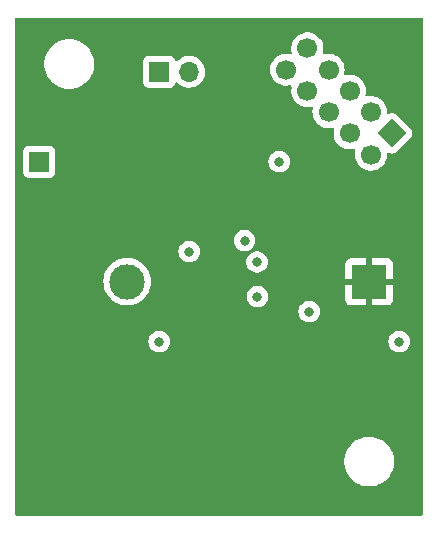
<source format=gbr>
%TF.GenerationSoftware,KiCad,Pcbnew,6.0.9-8da3e8f707~117~ubuntu22.04.1*%
%TF.CreationDate,2022-11-29T09:47:06-05:00*%
%TF.ProjectId,RFTransmitterV3,52465472-616e-4736-9d69-747465725633,rev?*%
%TF.SameCoordinates,Original*%
%TF.FileFunction,Copper,L3,Inr*%
%TF.FilePolarity,Positive*%
%FSLAX46Y46*%
G04 Gerber Fmt 4.6, Leading zero omitted, Abs format (unit mm)*
G04 Created by KiCad (PCBNEW 6.0.9-8da3e8f707~117~ubuntu22.04.1) date 2022-11-29 09:47:06*
%MOMM*%
%LPD*%
G01*
G04 APERTURE LIST*
G04 Aperture macros list*
%AMHorizOval*
0 Thick line with rounded ends*
0 $1 width*
0 $2 $3 position (X,Y) of the first rounded end (center of the circle)*
0 $4 $5 position (X,Y) of the second rounded end (center of the circle)*
0 Add line between two ends*
20,1,$1,$2,$3,$4,$5,0*
0 Add two circle primitives to create the rounded ends*
1,1,$1,$2,$3*
1,1,$1,$4,$5*%
%AMRotRect*
0 Rectangle, with rotation*
0 The origin of the aperture is its center*
0 $1 length*
0 $2 width*
0 $3 Rotation angle, in degrees counterclockwise*
0 Add horizontal line*
21,1,$1,$2,0,0,$3*%
G04 Aperture macros list end*
%TA.AperFunction,ComponentPad*%
%ADD10RotRect,1.700000X1.700000X225.000000*%
%TD*%
%TA.AperFunction,ComponentPad*%
%ADD11HorizOval,1.700000X0.000000X0.000000X0.000000X0.000000X0*%
%TD*%
%TA.AperFunction,ComponentPad*%
%ADD12R,1.700000X1.700000*%
%TD*%
%TA.AperFunction,ComponentPad*%
%ADD13O,1.700000X1.700000*%
%TD*%
%TA.AperFunction,ComponentPad*%
%ADD14R,3.000000X3.000000*%
%TD*%
%TA.AperFunction,ComponentPad*%
%ADD15C,3.000000*%
%TD*%
%TA.AperFunction,ViaPad*%
%ADD16C,0.800000*%
%TD*%
G04 APERTURE END LIST*
D10*
%TO.N,unconnected-(J1-Pad1)*%
%TO.C,PROG*%
X151810129Y-73807006D03*
D11*
%TO.N,GND*%
X150014078Y-75603057D03*
%TO.N,unconnected-(J1-Pad3)*%
X150014078Y-72010955D03*
%TO.N,/C2DAT*%
X148218027Y-73807006D03*
%TO.N,unconnected-(J1-Pad5)*%
X148218027Y-70214904D03*
%TO.N,unconnected-(J1-Pad6)*%
X146421975Y-72010955D03*
%TO.N,/C2CLK*%
X146421975Y-68418852D03*
%TO.N,unconnected-(J1-Pad8)*%
X144625924Y-70214904D03*
%TO.N,unconnected-(J1-Pad9)*%
X144625924Y-66622801D03*
%TO.N,unconnected-(J1-Pad10)*%
X142829873Y-68418852D03*
%TD*%
D12*
%TO.N,GND*%
%TO.C,J3*%
X132080000Y-68580000D03*
D13*
%TO.N,/VPP*%
X134620000Y-68580000D03*
%TD*%
D12*
%TO.N,Net-(AE1-Pad1)*%
%TO.C,AE1*%
X121920000Y-76200000D03*
%TD*%
D14*
%TO.N,+3V3*%
%TO.C,BT1*%
X149860000Y-86360000D03*
D15*
%TO.N,GND*%
X129370000Y-86360000D03*
%TD*%
D16*
%TO.N,+3V3*%
X134620000Y-93980000D03*
%TO.N,GND*%
X152400000Y-91440000D03*
X134620000Y-83820000D03*
%TO.N,/C2CLK*%
X140391683Y-87628048D03*
%TO.N,/C2DAT*%
X144780000Y-88900000D03*
%TO.N,GPIO3*%
X142240000Y-76200000D03*
X140361215Y-84695664D03*
%TO.N,GPIO8*%
X132080000Y-91440000D03*
X139306844Y-82890723D03*
%TD*%
%TA.AperFunction,Conductor*%
%TO.N,+3V3*%
G36*
X154373621Y-64028502D02*
G01*
X154420114Y-64082158D01*
X154431500Y-64134500D01*
X154431500Y-106045500D01*
X154411498Y-106113621D01*
X154357842Y-106160114D01*
X154305500Y-106171500D01*
X120014500Y-106171500D01*
X119946379Y-106151498D01*
X119899886Y-106097842D01*
X119888500Y-106045500D01*
X119888500Y-101732703D01*
X147750743Y-101732703D01*
X147788268Y-102017734D01*
X147864129Y-102295036D01*
X147976923Y-102559476D01*
X148124561Y-102806161D01*
X148304313Y-103030528D01*
X148512851Y-103228423D01*
X148746317Y-103396186D01*
X148750112Y-103398195D01*
X148750113Y-103398196D01*
X148771869Y-103409715D01*
X149000392Y-103530712D01*
X149270373Y-103629511D01*
X149551264Y-103690755D01*
X149579841Y-103693004D01*
X149774282Y-103708307D01*
X149774291Y-103708307D01*
X149776739Y-103708500D01*
X149932271Y-103708500D01*
X149934407Y-103708354D01*
X149934418Y-103708354D01*
X150142548Y-103694165D01*
X150142554Y-103694164D01*
X150146825Y-103693873D01*
X150151020Y-103693004D01*
X150151022Y-103693004D01*
X150287584Y-103664723D01*
X150428342Y-103635574D01*
X150699343Y-103539607D01*
X150954812Y-103407750D01*
X150958313Y-103405289D01*
X150958317Y-103405287D01*
X151072417Y-103325096D01*
X151190023Y-103242441D01*
X151400622Y-103046740D01*
X151582713Y-102824268D01*
X151732927Y-102579142D01*
X151848483Y-102315898D01*
X151927244Y-102039406D01*
X151967751Y-101754784D01*
X151967845Y-101736951D01*
X151969235Y-101471583D01*
X151969235Y-101471576D01*
X151969257Y-101467297D01*
X151931732Y-101182266D01*
X151855871Y-100904964D01*
X151743077Y-100640524D01*
X151595439Y-100393839D01*
X151415687Y-100169472D01*
X151207149Y-99971577D01*
X150973683Y-99803814D01*
X150951843Y-99792250D01*
X150928654Y-99779972D01*
X150719608Y-99669288D01*
X150449627Y-99570489D01*
X150168736Y-99509245D01*
X150137685Y-99506801D01*
X149945718Y-99491693D01*
X149945709Y-99491693D01*
X149943261Y-99491500D01*
X149787729Y-99491500D01*
X149785593Y-99491646D01*
X149785582Y-99491646D01*
X149577452Y-99505835D01*
X149577446Y-99505836D01*
X149573175Y-99506127D01*
X149568980Y-99506996D01*
X149568978Y-99506996D01*
X149432416Y-99535277D01*
X149291658Y-99564426D01*
X149020657Y-99660393D01*
X148765188Y-99792250D01*
X148761687Y-99794711D01*
X148761683Y-99794713D01*
X148751594Y-99801804D01*
X148529977Y-99957559D01*
X148319378Y-100153260D01*
X148137287Y-100375732D01*
X147987073Y-100620858D01*
X147871517Y-100884102D01*
X147792756Y-101160594D01*
X147752249Y-101445216D01*
X147752227Y-101449505D01*
X147752226Y-101449512D01*
X147750765Y-101728417D01*
X147750743Y-101732703D01*
X119888500Y-101732703D01*
X119888500Y-91440000D01*
X131166496Y-91440000D01*
X131186458Y-91629928D01*
X131245473Y-91811556D01*
X131340960Y-91976944D01*
X131468747Y-92118866D01*
X131623248Y-92231118D01*
X131629276Y-92233802D01*
X131629278Y-92233803D01*
X131791681Y-92306109D01*
X131797712Y-92308794D01*
X131891112Y-92328647D01*
X131978056Y-92347128D01*
X131978061Y-92347128D01*
X131984513Y-92348500D01*
X132175487Y-92348500D01*
X132181939Y-92347128D01*
X132181944Y-92347128D01*
X132268888Y-92328647D01*
X132362288Y-92308794D01*
X132368319Y-92306109D01*
X132530722Y-92233803D01*
X132530724Y-92233802D01*
X132536752Y-92231118D01*
X132691253Y-92118866D01*
X132819040Y-91976944D01*
X132914527Y-91811556D01*
X132973542Y-91629928D01*
X132993504Y-91440000D01*
X151486496Y-91440000D01*
X151506458Y-91629928D01*
X151565473Y-91811556D01*
X151660960Y-91976944D01*
X151788747Y-92118866D01*
X151943248Y-92231118D01*
X151949276Y-92233802D01*
X151949278Y-92233803D01*
X152111681Y-92306109D01*
X152117712Y-92308794D01*
X152211112Y-92328647D01*
X152298056Y-92347128D01*
X152298061Y-92347128D01*
X152304513Y-92348500D01*
X152495487Y-92348500D01*
X152501939Y-92347128D01*
X152501944Y-92347128D01*
X152588888Y-92328647D01*
X152682288Y-92308794D01*
X152688319Y-92306109D01*
X152850722Y-92233803D01*
X152850724Y-92233802D01*
X152856752Y-92231118D01*
X153011253Y-92118866D01*
X153139040Y-91976944D01*
X153234527Y-91811556D01*
X153293542Y-91629928D01*
X153313504Y-91440000D01*
X153293542Y-91250072D01*
X153234527Y-91068444D01*
X153139040Y-90903056D01*
X153011253Y-90761134D01*
X152856752Y-90648882D01*
X152850724Y-90646198D01*
X152850722Y-90646197D01*
X152688319Y-90573891D01*
X152688318Y-90573891D01*
X152682288Y-90571206D01*
X152588887Y-90551353D01*
X152501944Y-90532872D01*
X152501939Y-90532872D01*
X152495487Y-90531500D01*
X152304513Y-90531500D01*
X152298061Y-90532872D01*
X152298056Y-90532872D01*
X152211113Y-90551353D01*
X152117712Y-90571206D01*
X152111682Y-90573891D01*
X152111681Y-90573891D01*
X151949278Y-90646197D01*
X151949276Y-90646198D01*
X151943248Y-90648882D01*
X151788747Y-90761134D01*
X151660960Y-90903056D01*
X151565473Y-91068444D01*
X151506458Y-91250072D01*
X151486496Y-91440000D01*
X132993504Y-91440000D01*
X132973542Y-91250072D01*
X132914527Y-91068444D01*
X132819040Y-90903056D01*
X132691253Y-90761134D01*
X132536752Y-90648882D01*
X132530724Y-90646198D01*
X132530722Y-90646197D01*
X132368319Y-90573891D01*
X132368318Y-90573891D01*
X132362288Y-90571206D01*
X132268887Y-90551353D01*
X132181944Y-90532872D01*
X132181939Y-90532872D01*
X132175487Y-90531500D01*
X131984513Y-90531500D01*
X131978061Y-90532872D01*
X131978056Y-90532872D01*
X131891113Y-90551353D01*
X131797712Y-90571206D01*
X131791682Y-90573891D01*
X131791681Y-90573891D01*
X131629278Y-90646197D01*
X131629276Y-90646198D01*
X131623248Y-90648882D01*
X131468747Y-90761134D01*
X131340960Y-90903056D01*
X131245473Y-91068444D01*
X131186458Y-91250072D01*
X131166496Y-91440000D01*
X119888500Y-91440000D01*
X119888500Y-88900000D01*
X143866496Y-88900000D01*
X143886458Y-89089928D01*
X143945473Y-89271556D01*
X144040960Y-89436944D01*
X144168747Y-89578866D01*
X144323248Y-89691118D01*
X144329276Y-89693802D01*
X144329278Y-89693803D01*
X144491681Y-89766109D01*
X144497712Y-89768794D01*
X144591112Y-89788647D01*
X144678056Y-89807128D01*
X144678061Y-89807128D01*
X144684513Y-89808500D01*
X144875487Y-89808500D01*
X144881939Y-89807128D01*
X144881944Y-89807128D01*
X144968887Y-89788647D01*
X145062288Y-89768794D01*
X145068319Y-89766109D01*
X145230722Y-89693803D01*
X145230724Y-89693802D01*
X145236752Y-89691118D01*
X145391253Y-89578866D01*
X145519040Y-89436944D01*
X145614527Y-89271556D01*
X145673542Y-89089928D01*
X145693504Y-88900000D01*
X145673542Y-88710072D01*
X145614527Y-88528444D01*
X145519040Y-88363056D01*
X145495080Y-88336445D01*
X145395675Y-88226045D01*
X145395674Y-88226044D01*
X145391253Y-88221134D01*
X145236752Y-88108882D01*
X145230724Y-88106198D01*
X145230722Y-88106197D01*
X145068319Y-88033891D01*
X145068318Y-88033891D01*
X145062288Y-88031206D01*
X144940538Y-88005327D01*
X144881944Y-87992872D01*
X144881939Y-87992872D01*
X144875487Y-87991500D01*
X144684513Y-87991500D01*
X144678061Y-87992872D01*
X144678056Y-87992872D01*
X144619462Y-88005327D01*
X144497712Y-88031206D01*
X144491682Y-88033891D01*
X144491681Y-88033891D01*
X144329278Y-88106197D01*
X144329276Y-88106198D01*
X144323248Y-88108882D01*
X144168747Y-88221134D01*
X144164326Y-88226044D01*
X144164325Y-88226045D01*
X144064921Y-88336445D01*
X144040960Y-88363056D01*
X143945473Y-88528444D01*
X143886458Y-88710072D01*
X143866496Y-88900000D01*
X119888500Y-88900000D01*
X119888500Y-86338918D01*
X127356917Y-86338918D01*
X127372682Y-86612320D01*
X127373507Y-86616525D01*
X127373508Y-86616533D01*
X127384127Y-86670657D01*
X127425405Y-86881053D01*
X127426792Y-86885103D01*
X127426793Y-86885108D01*
X127512723Y-87136088D01*
X127514112Y-87140144D01*
X127637160Y-87384799D01*
X127639586Y-87388328D01*
X127639589Y-87388334D01*
X127678317Y-87444683D01*
X127792274Y-87610490D01*
X127976582Y-87813043D01*
X128186675Y-87988707D01*
X128190316Y-87990991D01*
X128415024Y-88131951D01*
X128415028Y-88131953D01*
X128418664Y-88134234D01*
X128497655Y-88169900D01*
X128664345Y-88245164D01*
X128664349Y-88245166D01*
X128668257Y-88246930D01*
X128672377Y-88248150D01*
X128672376Y-88248150D01*
X128926723Y-88323491D01*
X128926727Y-88323492D01*
X128930836Y-88324709D01*
X128935070Y-88325357D01*
X128935075Y-88325358D01*
X129197298Y-88365483D01*
X129197300Y-88365483D01*
X129201540Y-88366132D01*
X129340912Y-88368322D01*
X129471071Y-88370367D01*
X129471077Y-88370367D01*
X129475362Y-88370434D01*
X129747235Y-88337534D01*
X130012127Y-88268041D01*
X130016087Y-88266401D01*
X130016092Y-88266399D01*
X130138631Y-88215641D01*
X130265136Y-88163241D01*
X130501582Y-88025073D01*
X130717089Y-87856094D01*
X130758809Y-87813043D01*
X130904686Y-87662509D01*
X130907669Y-87659431D01*
X130910202Y-87655983D01*
X130910206Y-87655978D01*
X130930723Y-87628048D01*
X139478179Y-87628048D01*
X139498141Y-87817976D01*
X139557156Y-87999604D01*
X139560459Y-88005326D01*
X139560460Y-88005327D01*
X139573110Y-88027237D01*
X139652643Y-88164992D01*
X139657061Y-88169899D01*
X139657062Y-88169900D01*
X139746409Y-88269130D01*
X139780430Y-88306914D01*
X139934931Y-88419166D01*
X139940959Y-88421850D01*
X139940961Y-88421851D01*
X140103364Y-88494157D01*
X140109395Y-88496842D01*
X140202796Y-88516695D01*
X140289739Y-88535176D01*
X140289744Y-88535176D01*
X140296196Y-88536548D01*
X140487170Y-88536548D01*
X140493622Y-88535176D01*
X140493627Y-88535176D01*
X140580570Y-88516695D01*
X140673971Y-88496842D01*
X140680002Y-88494157D01*
X140842405Y-88421851D01*
X140842407Y-88421850D01*
X140848435Y-88419166D01*
X141002936Y-88306914D01*
X141036957Y-88269130D01*
X141126304Y-88169900D01*
X141126305Y-88169899D01*
X141130723Y-88164992D01*
X141210256Y-88027237D01*
X141222906Y-88005327D01*
X141222907Y-88005326D01*
X141226210Y-87999604D01*
X141257057Y-87904669D01*
X147852001Y-87904669D01*
X147852371Y-87911490D01*
X147857895Y-87962352D01*
X147861521Y-87977604D01*
X147906676Y-88098054D01*
X147915214Y-88113649D01*
X147991715Y-88215724D01*
X148004276Y-88228285D01*
X148106351Y-88304786D01*
X148121946Y-88313324D01*
X148242394Y-88358478D01*
X148257649Y-88362105D01*
X148308514Y-88367631D01*
X148315328Y-88368000D01*
X149587885Y-88368000D01*
X149603124Y-88363525D01*
X149604329Y-88362135D01*
X149606000Y-88354452D01*
X149606000Y-88349884D01*
X150114000Y-88349884D01*
X150118475Y-88365123D01*
X150119865Y-88366328D01*
X150127548Y-88367999D01*
X151404669Y-88367999D01*
X151411490Y-88367629D01*
X151462352Y-88362105D01*
X151477604Y-88358479D01*
X151598054Y-88313324D01*
X151613649Y-88304786D01*
X151715724Y-88228285D01*
X151728285Y-88215724D01*
X151804786Y-88113649D01*
X151813324Y-88098054D01*
X151858478Y-87977606D01*
X151862105Y-87962351D01*
X151867631Y-87911486D01*
X151868000Y-87904672D01*
X151868000Y-86632115D01*
X151863525Y-86616876D01*
X151862135Y-86615671D01*
X151854452Y-86614000D01*
X150132115Y-86614000D01*
X150116876Y-86618475D01*
X150115671Y-86619865D01*
X150114000Y-86627548D01*
X150114000Y-88349884D01*
X149606000Y-88349884D01*
X149606000Y-86632115D01*
X149601525Y-86616876D01*
X149600135Y-86615671D01*
X149592452Y-86614000D01*
X147870116Y-86614000D01*
X147854877Y-86618475D01*
X147853672Y-86619865D01*
X147852001Y-86627548D01*
X147852001Y-87904669D01*
X141257057Y-87904669D01*
X141285225Y-87817976D01*
X141305187Y-87628048D01*
X141285225Y-87438120D01*
X141226210Y-87256492D01*
X141130723Y-87091104D01*
X141002936Y-86949182D01*
X140848435Y-86836930D01*
X140842407Y-86834246D01*
X140842405Y-86834245D01*
X140680002Y-86761939D01*
X140680001Y-86761939D01*
X140673971Y-86759254D01*
X140580571Y-86739401D01*
X140493627Y-86720920D01*
X140493622Y-86720920D01*
X140487170Y-86719548D01*
X140296196Y-86719548D01*
X140289744Y-86720920D01*
X140289739Y-86720920D01*
X140202795Y-86739401D01*
X140109395Y-86759254D01*
X140103365Y-86761939D01*
X140103364Y-86761939D01*
X139940961Y-86834245D01*
X139940959Y-86834246D01*
X139934931Y-86836930D01*
X139780430Y-86949182D01*
X139652643Y-87091104D01*
X139557156Y-87256492D01*
X139498141Y-87438120D01*
X139478179Y-87628048D01*
X130930723Y-87628048D01*
X131067257Y-87442178D01*
X131069795Y-87438723D01*
X131097154Y-87388334D01*
X131198418Y-87201830D01*
X131198419Y-87201828D01*
X131200468Y-87198054D01*
X131297269Y-86941877D01*
X131358407Y-86674933D01*
X131362229Y-86632115D01*
X131382531Y-86404627D01*
X131382531Y-86404625D01*
X131382751Y-86402161D01*
X131383193Y-86360000D01*
X131381465Y-86334648D01*
X131364859Y-86091055D01*
X131364858Y-86091049D01*
X131364642Y-86087885D01*
X147852000Y-86087885D01*
X147856475Y-86103124D01*
X147857865Y-86104329D01*
X147865548Y-86106000D01*
X149587885Y-86106000D01*
X149603124Y-86101525D01*
X149604329Y-86100135D01*
X149606000Y-86092452D01*
X149606000Y-86087885D01*
X150114000Y-86087885D01*
X150118475Y-86103124D01*
X150119865Y-86104329D01*
X150127548Y-86106000D01*
X151849884Y-86106000D01*
X151865123Y-86101525D01*
X151866328Y-86100135D01*
X151867999Y-86092452D01*
X151867999Y-84815331D01*
X151867629Y-84808510D01*
X151862105Y-84757648D01*
X151858479Y-84742396D01*
X151813324Y-84621946D01*
X151804786Y-84606351D01*
X151728285Y-84504276D01*
X151715724Y-84491715D01*
X151613649Y-84415214D01*
X151598054Y-84406676D01*
X151477606Y-84361522D01*
X151462351Y-84357895D01*
X151411486Y-84352369D01*
X151404672Y-84352000D01*
X150132115Y-84352000D01*
X150116876Y-84356475D01*
X150115671Y-84357865D01*
X150114000Y-84365548D01*
X150114000Y-86087885D01*
X149606000Y-86087885D01*
X149606000Y-84370116D01*
X149601525Y-84354877D01*
X149600135Y-84353672D01*
X149592452Y-84352001D01*
X148315331Y-84352001D01*
X148308510Y-84352371D01*
X148257648Y-84357895D01*
X148242396Y-84361521D01*
X148121946Y-84406676D01*
X148106351Y-84415214D01*
X148004276Y-84491715D01*
X147991715Y-84504276D01*
X147915214Y-84606351D01*
X147906676Y-84621946D01*
X147861522Y-84742394D01*
X147857895Y-84757649D01*
X147852369Y-84808514D01*
X147852000Y-84815328D01*
X147852000Y-86087885D01*
X131364642Y-86087885D01*
X131364567Y-86086778D01*
X131309032Y-85818612D01*
X131217617Y-85560465D01*
X131092013Y-85317112D01*
X131082040Y-85302921D01*
X130937008Y-85096562D01*
X130934545Y-85093057D01*
X130748125Y-84892445D01*
X130744810Y-84889731D01*
X130744806Y-84889728D01*
X130547824Y-84728500D01*
X130536205Y-84718990D01*
X130302704Y-84575901D01*
X130298768Y-84574173D01*
X130055873Y-84467549D01*
X130055869Y-84467548D01*
X130051945Y-84465825D01*
X129788566Y-84390800D01*
X129784324Y-84390196D01*
X129784318Y-84390195D01*
X129557366Y-84357895D01*
X129517443Y-84352213D01*
X129373589Y-84351460D01*
X129247877Y-84350802D01*
X129247871Y-84350802D01*
X129243591Y-84350780D01*
X129239347Y-84351339D01*
X129239343Y-84351339D01*
X129131416Y-84365548D01*
X128972078Y-84386525D01*
X128967938Y-84387658D01*
X128967936Y-84387658D01*
X128898418Y-84406676D01*
X128707928Y-84458788D01*
X128703980Y-84460472D01*
X128459982Y-84564546D01*
X128459978Y-84564548D01*
X128456030Y-84566232D01*
X128381031Y-84611118D01*
X128224725Y-84704664D01*
X128224721Y-84704667D01*
X128221043Y-84706868D01*
X128007318Y-84878094D01*
X127818808Y-85076742D01*
X127659002Y-85299136D01*
X127530857Y-85541161D01*
X127529385Y-85545184D01*
X127529383Y-85545188D01*
X127523314Y-85561773D01*
X127436743Y-85798337D01*
X127378404Y-86065907D01*
X127356917Y-86338918D01*
X119888500Y-86338918D01*
X119888500Y-83820000D01*
X133706496Y-83820000D01*
X133726458Y-84009928D01*
X133785473Y-84191556D01*
X133880960Y-84356944D01*
X133885378Y-84361851D01*
X133885379Y-84361852D01*
X133907595Y-84386525D01*
X134008747Y-84498866D01*
X134163248Y-84611118D01*
X134169276Y-84613802D01*
X134169278Y-84613803D01*
X134187568Y-84621946D01*
X134337712Y-84688794D01*
X134422743Y-84706868D01*
X134518056Y-84727128D01*
X134518061Y-84727128D01*
X134524513Y-84728500D01*
X134715487Y-84728500D01*
X134721939Y-84727128D01*
X134721944Y-84727128D01*
X134817257Y-84706868D01*
X134869967Y-84695664D01*
X139447711Y-84695664D01*
X139448401Y-84702229D01*
X139466604Y-84875417D01*
X139467673Y-84885592D01*
X139526688Y-85067220D01*
X139529991Y-85072942D01*
X139529992Y-85072943D01*
X139541605Y-85093057D01*
X139622175Y-85232608D01*
X139626593Y-85237515D01*
X139626594Y-85237516D01*
X139682077Y-85299136D01*
X139749962Y-85374530D01*
X139904463Y-85486782D01*
X139910491Y-85489466D01*
X139910493Y-85489467D01*
X140072896Y-85561773D01*
X140078927Y-85564458D01*
X140172327Y-85584311D01*
X140259271Y-85602792D01*
X140259276Y-85602792D01*
X140265728Y-85604164D01*
X140456702Y-85604164D01*
X140463154Y-85602792D01*
X140463159Y-85602792D01*
X140550102Y-85584311D01*
X140643503Y-85564458D01*
X140649534Y-85561773D01*
X140811937Y-85489467D01*
X140811939Y-85489466D01*
X140817967Y-85486782D01*
X140972468Y-85374530D01*
X141040353Y-85299136D01*
X141095836Y-85237516D01*
X141095837Y-85237515D01*
X141100255Y-85232608D01*
X141180825Y-85093057D01*
X141192438Y-85072943D01*
X141192439Y-85072942D01*
X141195742Y-85067220D01*
X141254757Y-84885592D01*
X141255827Y-84875417D01*
X141274029Y-84702229D01*
X141274719Y-84695664D01*
X141265332Y-84606351D01*
X141255447Y-84512299D01*
X141255447Y-84512297D01*
X141254757Y-84505736D01*
X141195742Y-84324108D01*
X141100255Y-84158720D01*
X140972468Y-84016798D01*
X140817967Y-83904546D01*
X140811939Y-83901862D01*
X140811937Y-83901861D01*
X140649534Y-83829555D01*
X140649533Y-83829555D01*
X140643503Y-83826870D01*
X140550103Y-83807017D01*
X140463159Y-83788536D01*
X140463154Y-83788536D01*
X140456702Y-83787164D01*
X140265728Y-83787164D01*
X140259276Y-83788536D01*
X140259271Y-83788536D01*
X140172327Y-83807017D01*
X140078927Y-83826870D01*
X140072897Y-83829555D01*
X140072896Y-83829555D01*
X139910493Y-83901861D01*
X139910491Y-83901862D01*
X139904463Y-83904546D01*
X139749962Y-84016798D01*
X139622175Y-84158720D01*
X139526688Y-84324108D01*
X139467673Y-84505736D01*
X139466983Y-84512297D01*
X139466983Y-84512299D01*
X139457098Y-84606351D01*
X139447711Y-84695664D01*
X134869967Y-84695664D01*
X134902288Y-84688794D01*
X135052432Y-84621946D01*
X135070722Y-84613803D01*
X135070724Y-84613802D01*
X135076752Y-84611118D01*
X135231253Y-84498866D01*
X135332405Y-84386525D01*
X135354621Y-84361852D01*
X135354622Y-84361851D01*
X135359040Y-84356944D01*
X135454527Y-84191556D01*
X135513542Y-84009928D01*
X135533504Y-83820000D01*
X135513542Y-83630072D01*
X135454527Y-83448444D01*
X135442532Y-83427667D01*
X135362341Y-83288774D01*
X135359040Y-83283056D01*
X135345486Y-83268002D01*
X135235675Y-83146045D01*
X135235674Y-83146044D01*
X135231253Y-83141134D01*
X135076752Y-83028882D01*
X135070724Y-83026198D01*
X135070722Y-83026197D01*
X134908319Y-82953891D01*
X134908318Y-82953891D01*
X134902288Y-82951206D01*
X134808888Y-82931353D01*
X134721944Y-82912872D01*
X134721939Y-82912872D01*
X134715487Y-82911500D01*
X134524513Y-82911500D01*
X134518061Y-82912872D01*
X134518056Y-82912872D01*
X134431112Y-82931353D01*
X134337712Y-82951206D01*
X134331682Y-82953891D01*
X134331681Y-82953891D01*
X134169278Y-83026197D01*
X134169276Y-83026198D01*
X134163248Y-83028882D01*
X134008747Y-83141134D01*
X134004326Y-83146044D01*
X134004325Y-83146045D01*
X133894515Y-83268002D01*
X133880960Y-83283056D01*
X133877659Y-83288774D01*
X133797469Y-83427667D01*
X133785473Y-83448444D01*
X133726458Y-83630072D01*
X133706496Y-83820000D01*
X119888500Y-83820000D01*
X119888500Y-82890723D01*
X138393340Y-82890723D01*
X138413302Y-83080651D01*
X138472317Y-83262279D01*
X138475620Y-83268001D01*
X138475621Y-83268002D01*
X138487614Y-83288774D01*
X138567804Y-83427667D01*
X138572222Y-83432574D01*
X138572223Y-83432575D01*
X138586512Y-83448444D01*
X138695591Y-83569589D01*
X138850092Y-83681841D01*
X138856120Y-83684525D01*
X138856122Y-83684526D01*
X139018525Y-83756832D01*
X139024556Y-83759517D01*
X139117957Y-83779370D01*
X139204900Y-83797851D01*
X139204905Y-83797851D01*
X139211357Y-83799223D01*
X139402331Y-83799223D01*
X139408783Y-83797851D01*
X139408788Y-83797851D01*
X139495731Y-83779370D01*
X139589132Y-83759517D01*
X139595163Y-83756832D01*
X139757566Y-83684526D01*
X139757568Y-83684525D01*
X139763596Y-83681841D01*
X139918097Y-83569589D01*
X140027176Y-83448444D01*
X140041465Y-83432575D01*
X140041466Y-83432574D01*
X140045884Y-83427667D01*
X140126074Y-83288774D01*
X140138067Y-83268002D01*
X140138068Y-83268001D01*
X140141371Y-83262279D01*
X140200386Y-83080651D01*
X140220348Y-82890723D01*
X140200386Y-82700795D01*
X140141371Y-82519167D01*
X140045884Y-82353779D01*
X139918097Y-82211857D01*
X139763596Y-82099605D01*
X139757568Y-82096921D01*
X139757566Y-82096920D01*
X139595163Y-82024614D01*
X139595162Y-82024614D01*
X139589132Y-82021929D01*
X139495731Y-82002076D01*
X139408788Y-81983595D01*
X139408783Y-81983595D01*
X139402331Y-81982223D01*
X139211357Y-81982223D01*
X139204905Y-81983595D01*
X139204900Y-81983595D01*
X139117957Y-82002076D01*
X139024556Y-82021929D01*
X139018526Y-82024614D01*
X139018525Y-82024614D01*
X138856122Y-82096920D01*
X138856120Y-82096921D01*
X138850092Y-82099605D01*
X138695591Y-82211857D01*
X138567804Y-82353779D01*
X138472317Y-82519167D01*
X138413302Y-82700795D01*
X138393340Y-82890723D01*
X119888500Y-82890723D01*
X119888500Y-77098134D01*
X120561500Y-77098134D01*
X120568255Y-77160316D01*
X120619385Y-77296705D01*
X120706739Y-77413261D01*
X120823295Y-77500615D01*
X120959684Y-77551745D01*
X121021866Y-77558500D01*
X122818134Y-77558500D01*
X122880316Y-77551745D01*
X123016705Y-77500615D01*
X123133261Y-77413261D01*
X123220615Y-77296705D01*
X123271745Y-77160316D01*
X123278500Y-77098134D01*
X123278500Y-76200000D01*
X141326496Y-76200000D01*
X141346458Y-76389928D01*
X141405473Y-76571556D01*
X141408776Y-76577278D01*
X141408777Y-76577279D01*
X141442686Y-76636010D01*
X141500960Y-76736944D01*
X141628747Y-76878866D01*
X141783248Y-76991118D01*
X141789276Y-76993802D01*
X141789278Y-76993803D01*
X141951681Y-77066109D01*
X141957712Y-77068794D01*
X142051113Y-77088647D01*
X142138056Y-77107128D01*
X142138061Y-77107128D01*
X142144513Y-77108500D01*
X142335487Y-77108500D01*
X142341939Y-77107128D01*
X142341944Y-77107128D01*
X142428887Y-77088647D01*
X142522288Y-77068794D01*
X142528319Y-77066109D01*
X142690722Y-76993803D01*
X142690724Y-76993802D01*
X142696752Y-76991118D01*
X142851253Y-76878866D01*
X142979040Y-76736944D01*
X143037314Y-76636010D01*
X143071223Y-76577279D01*
X143071224Y-76577278D01*
X143074527Y-76571556D01*
X143133542Y-76389928D01*
X143153504Y-76200000D01*
X143133542Y-76010072D01*
X143074527Y-75828444D01*
X143056849Y-75797824D01*
X142982341Y-75668774D01*
X142979040Y-75663056D01*
X142900393Y-75575709D01*
X142855675Y-75526045D01*
X142855674Y-75526044D01*
X142851253Y-75521134D01*
X142696752Y-75408882D01*
X142690724Y-75406198D01*
X142690722Y-75406197D01*
X142528319Y-75333891D01*
X142528318Y-75333891D01*
X142522288Y-75331206D01*
X142400331Y-75305283D01*
X142341944Y-75292872D01*
X142341939Y-75292872D01*
X142335487Y-75291500D01*
X142144513Y-75291500D01*
X142138061Y-75292872D01*
X142138056Y-75292872D01*
X142079669Y-75305283D01*
X141957712Y-75331206D01*
X141951682Y-75333891D01*
X141951681Y-75333891D01*
X141789278Y-75406197D01*
X141789276Y-75406198D01*
X141783248Y-75408882D01*
X141628747Y-75521134D01*
X141624326Y-75526044D01*
X141624325Y-75526045D01*
X141579608Y-75575709D01*
X141500960Y-75663056D01*
X141497659Y-75668774D01*
X141423152Y-75797824D01*
X141405473Y-75828444D01*
X141346458Y-76010072D01*
X141326496Y-76200000D01*
X123278500Y-76200000D01*
X123278500Y-75301866D01*
X123271745Y-75239684D01*
X123220615Y-75103295D01*
X123133261Y-74986739D01*
X123016705Y-74899385D01*
X122880316Y-74848255D01*
X122818134Y-74841500D01*
X121021866Y-74841500D01*
X120959684Y-74848255D01*
X120823295Y-74899385D01*
X120706739Y-74986739D01*
X120619385Y-75103295D01*
X120568255Y-75239684D01*
X120561500Y-75301866D01*
X120561500Y-77098134D01*
X119888500Y-77098134D01*
X119888500Y-68077703D01*
X122350743Y-68077703D01*
X122351302Y-68081947D01*
X122351302Y-68081951D01*
X122361372Y-68158440D01*
X122388268Y-68362734D01*
X122464129Y-68640036D01*
X122465813Y-68643984D01*
X122573723Y-68896973D01*
X122576923Y-68904476D01*
X122617066Y-68971550D01*
X122680180Y-69077005D01*
X122724561Y-69151161D01*
X122904313Y-69375528D01*
X123012210Y-69477918D01*
X123095798Y-69557240D01*
X123112851Y-69573423D01*
X123346317Y-69741186D01*
X123350112Y-69743195D01*
X123350113Y-69743196D01*
X123368397Y-69752877D01*
X123600392Y-69875712D01*
X123699234Y-69911883D01*
X123815677Y-69954495D01*
X123870373Y-69974511D01*
X124151264Y-70035755D01*
X124179841Y-70038004D01*
X124374282Y-70053307D01*
X124374291Y-70053307D01*
X124376739Y-70053500D01*
X124532271Y-70053500D01*
X124534407Y-70053354D01*
X124534418Y-70053354D01*
X124742548Y-70039165D01*
X124742554Y-70039164D01*
X124746825Y-70038873D01*
X124751020Y-70038004D01*
X124751022Y-70038004D01*
X124946966Y-69997426D01*
X125028342Y-69980574D01*
X125299343Y-69884607D01*
X125502115Y-69779949D01*
X125551005Y-69754715D01*
X125551006Y-69754715D01*
X125554812Y-69752750D01*
X125558313Y-69750289D01*
X125558317Y-69750287D01*
X125672417Y-69670096D01*
X125790023Y-69587441D01*
X125907651Y-69478134D01*
X130721500Y-69478134D01*
X130728255Y-69540316D01*
X130779385Y-69676705D01*
X130866739Y-69793261D01*
X130983295Y-69880615D01*
X131119684Y-69931745D01*
X131181866Y-69938500D01*
X132978134Y-69938500D01*
X133040316Y-69931745D01*
X133176705Y-69880615D01*
X133293261Y-69793261D01*
X133380615Y-69676705D01*
X133402799Y-69617529D01*
X133424598Y-69559382D01*
X133467240Y-69502618D01*
X133533802Y-69477918D01*
X133603150Y-69493126D01*
X133637817Y-69521114D01*
X133666250Y-69553938D01*
X133838126Y-69696632D01*
X134031000Y-69809338D01*
X134239692Y-69889030D01*
X134244760Y-69890061D01*
X134244763Y-69890062D01*
X134352017Y-69911883D01*
X134458597Y-69933567D01*
X134463772Y-69933757D01*
X134463774Y-69933757D01*
X134676673Y-69941564D01*
X134676677Y-69941564D01*
X134681837Y-69941753D01*
X134686957Y-69941097D01*
X134686959Y-69941097D01*
X134898288Y-69914025D01*
X134898289Y-69914025D01*
X134903416Y-69913368D01*
X134908366Y-69911883D01*
X135112429Y-69850661D01*
X135112434Y-69850659D01*
X135117384Y-69849174D01*
X135317994Y-69750896D01*
X135499860Y-69621173D01*
X135531239Y-69589904D01*
X135643616Y-69477918D01*
X135658096Y-69463489D01*
X135723704Y-69372186D01*
X135785435Y-69286277D01*
X135788453Y-69282077D01*
X135815258Y-69227842D01*
X135885136Y-69086453D01*
X135885137Y-69086451D01*
X135887430Y-69081811D01*
X135921513Y-68969632D01*
X135950865Y-68873023D01*
X135950865Y-68873021D01*
X135952370Y-68868069D01*
X135981529Y-68646590D01*
X135983156Y-68580000D01*
X135967169Y-68385547D01*
X141467124Y-68385547D01*
X141467421Y-68390700D01*
X141467421Y-68390703D01*
X141472884Y-68485442D01*
X141479983Y-68608567D01*
X141481120Y-68613613D01*
X141481121Y-68613619D01*
X141500992Y-68701791D01*
X141529095Y-68826491D01*
X141613139Y-69033468D01*
X141641349Y-69079502D01*
X141724230Y-69214752D01*
X141729860Y-69223940D01*
X141876123Y-69392790D01*
X142047999Y-69535484D01*
X142240873Y-69648190D01*
X142245698Y-69650032D01*
X142245699Y-69650033D01*
X142293528Y-69668297D01*
X142449565Y-69727882D01*
X142454633Y-69728913D01*
X142454636Y-69728914D01*
X142559688Y-69750287D01*
X142668470Y-69772419D01*
X142673645Y-69772609D01*
X142673647Y-69772609D01*
X142886546Y-69780416D01*
X142886550Y-69780416D01*
X142891710Y-69780605D01*
X142896830Y-69779949D01*
X142896832Y-69779949D01*
X143108161Y-69752877D01*
X143108162Y-69752877D01*
X143113289Y-69752220D01*
X143118240Y-69750735D01*
X143118243Y-69750734D01*
X143146742Y-69742184D01*
X143217737Y-69741768D01*
X143277688Y-69779800D01*
X143307559Y-69844207D01*
X143304366Y-69896541D01*
X143286913Y-69959474D01*
X143263175Y-70181599D01*
X143263472Y-70186752D01*
X143263472Y-70186755D01*
X143268935Y-70281494D01*
X143276034Y-70404619D01*
X143277171Y-70409665D01*
X143277172Y-70409671D01*
X143297043Y-70497843D01*
X143325146Y-70622543D01*
X143409190Y-70829520D01*
X143411889Y-70833924D01*
X143522243Y-71014006D01*
X143525911Y-71019992D01*
X143672174Y-71188842D01*
X143844050Y-71331536D01*
X144036924Y-71444242D01*
X144041749Y-71446084D01*
X144041750Y-71446085D01*
X144114536Y-71473879D01*
X144245616Y-71523934D01*
X144250684Y-71524965D01*
X144250687Y-71524966D01*
X144313867Y-71537820D01*
X144464521Y-71568471D01*
X144469696Y-71568661D01*
X144469698Y-71568661D01*
X144682597Y-71576468D01*
X144682601Y-71576468D01*
X144687761Y-71576657D01*
X144692881Y-71576001D01*
X144692883Y-71576001D01*
X144904212Y-71548929D01*
X144904213Y-71548929D01*
X144909340Y-71548272D01*
X144914291Y-71546787D01*
X144914294Y-71546786D01*
X144942793Y-71538236D01*
X145013788Y-71537820D01*
X145073739Y-71575852D01*
X145103610Y-71640259D01*
X145100417Y-71692592D01*
X145082964Y-71755525D01*
X145059226Y-71977650D01*
X145059523Y-71982803D01*
X145059523Y-71982806D01*
X145070460Y-72172490D01*
X145072085Y-72200670D01*
X145073222Y-72205716D01*
X145073223Y-72205722D01*
X145093094Y-72293894D01*
X145121197Y-72418594D01*
X145205241Y-72625571D01*
X145321962Y-72816043D01*
X145468225Y-72984893D01*
X145640101Y-73127587D01*
X145832975Y-73240293D01*
X145837800Y-73242135D01*
X145837801Y-73242136D01*
X145910587Y-73269930D01*
X146041667Y-73319985D01*
X146046735Y-73321016D01*
X146046738Y-73321017D01*
X146109918Y-73333871D01*
X146260572Y-73364522D01*
X146265747Y-73364712D01*
X146265749Y-73364712D01*
X146478648Y-73372519D01*
X146478652Y-73372519D01*
X146483812Y-73372708D01*
X146488932Y-73372052D01*
X146488934Y-73372052D01*
X146700263Y-73344980D01*
X146700264Y-73344980D01*
X146705391Y-73344323D01*
X146710343Y-73342837D01*
X146710349Y-73342836D01*
X146738846Y-73334287D01*
X146809841Y-73333871D01*
X146869791Y-73371904D01*
X146899662Y-73436311D01*
X146896469Y-73488643D01*
X146879016Y-73551576D01*
X146855278Y-73773701D01*
X146855575Y-73778854D01*
X146855575Y-73778857D01*
X146865512Y-73951192D01*
X146868137Y-73996721D01*
X146869274Y-74001767D01*
X146869275Y-74001773D01*
X146883907Y-74066696D01*
X146917249Y-74214645D01*
X147001293Y-74421622D01*
X147118014Y-74612094D01*
X147264277Y-74780944D01*
X147436153Y-74923638D01*
X147629027Y-75036344D01*
X147837719Y-75116036D01*
X147842787Y-75117067D01*
X147842790Y-75117068D01*
X147905970Y-75129922D01*
X148056624Y-75160573D01*
X148061799Y-75160763D01*
X148061801Y-75160763D01*
X148274700Y-75168570D01*
X148274704Y-75168570D01*
X148279864Y-75168759D01*
X148284984Y-75168103D01*
X148284986Y-75168103D01*
X148496315Y-75141031D01*
X148496316Y-75141031D01*
X148501443Y-75140374D01*
X148506394Y-75138889D01*
X148506397Y-75138888D01*
X148534896Y-75130338D01*
X148605891Y-75129922D01*
X148665842Y-75167954D01*
X148695713Y-75232361D01*
X148692520Y-75284694D01*
X148675067Y-75347627D01*
X148651329Y-75569752D01*
X148651626Y-75574905D01*
X148651626Y-75574908D01*
X148657038Y-75668774D01*
X148664188Y-75792772D01*
X148665325Y-75797818D01*
X148665326Y-75797824D01*
X148685197Y-75885996D01*
X148713300Y-76010696D01*
X148751539Y-76104868D01*
X148792834Y-76206565D01*
X148797344Y-76217673D01*
X148800043Y-76222077D01*
X148902902Y-76389928D01*
X148914065Y-76408145D01*
X149060328Y-76576995D01*
X149232204Y-76719689D01*
X149425078Y-76832395D01*
X149633770Y-76912087D01*
X149638838Y-76913118D01*
X149638841Y-76913119D01*
X149746095Y-76934940D01*
X149852675Y-76956624D01*
X149857850Y-76956814D01*
X149857852Y-76956814D01*
X150070751Y-76964621D01*
X150070755Y-76964621D01*
X150075915Y-76964810D01*
X150081035Y-76964154D01*
X150081037Y-76964154D01*
X150292366Y-76937082D01*
X150292367Y-76937082D01*
X150297494Y-76936425D01*
X150302444Y-76934940D01*
X150506507Y-76873718D01*
X150506512Y-76873716D01*
X150511462Y-76872231D01*
X150712072Y-76773953D01*
X150893938Y-76644230D01*
X151052174Y-76486546D01*
X151111672Y-76403746D01*
X151179513Y-76309334D01*
X151182531Y-76305134D01*
X151281508Y-76104868D01*
X151346448Y-75891126D01*
X151375607Y-75669647D01*
X151377234Y-75603057D01*
X151374986Y-75575709D01*
X151389339Y-75506178D01*
X151439006Y-75455446D01*
X151508216Y-75439619D01*
X151552713Y-75450685D01*
X151665943Y-75502167D01*
X151674826Y-75503439D01*
X151674829Y-75503440D01*
X151801240Y-75521543D01*
X151810129Y-75522816D01*
X151819018Y-75521543D01*
X151945429Y-75503440D01*
X151945432Y-75503439D01*
X151954315Y-75502167D01*
X152086911Y-75441880D01*
X152093064Y-75436933D01*
X152093067Y-75436931D01*
X152132995Y-75404827D01*
X152135657Y-75402687D01*
X153405810Y-74132534D01*
X153419266Y-74115798D01*
X153440054Y-74089944D01*
X153440056Y-74089941D01*
X153445003Y-74083788D01*
X153472566Y-74023165D01*
X153501576Y-73959361D01*
X153501576Y-73959360D01*
X153505290Y-73951192D01*
X153515928Y-73876914D01*
X153524666Y-73815895D01*
X153525939Y-73807006D01*
X153505290Y-73662820D01*
X153501576Y-73654650D01*
X153448271Y-73537412D01*
X153445003Y-73530224D01*
X153440056Y-73524071D01*
X153440054Y-73524068D01*
X153411573Y-73488646D01*
X153405810Y-73481478D01*
X152135657Y-72211325D01*
X152115977Y-72195502D01*
X152093067Y-72177081D01*
X152093064Y-72177079D01*
X152086911Y-72172132D01*
X151954315Y-72111845D01*
X151945432Y-72110573D01*
X151945429Y-72110572D01*
X151819018Y-72092469D01*
X151810129Y-72091196D01*
X151801240Y-72092469D01*
X151674829Y-72110572D01*
X151674826Y-72110573D01*
X151665943Y-72111845D01*
X151657774Y-72115559D01*
X151657771Y-72115560D01*
X151554521Y-72162504D01*
X151484231Y-72172490D01*
X151419699Y-72142889D01*
X151381416Y-72083099D01*
X151376409Y-72044726D01*
X151377152Y-72014321D01*
X151377152Y-72014316D01*
X151377234Y-72010955D01*
X151358930Y-71788316D01*
X151304509Y-71571657D01*
X151215432Y-71366795D01*
X151100309Y-71188842D01*
X151096900Y-71183572D01*
X151096898Y-71183569D01*
X151094092Y-71179232D01*
X150943748Y-71014006D01*
X150939697Y-71010807D01*
X150939693Y-71010803D01*
X150772492Y-70878755D01*
X150772488Y-70878753D01*
X150768437Y-70875553D01*
X150572867Y-70767593D01*
X150567998Y-70765869D01*
X150567994Y-70765867D01*
X150367165Y-70694750D01*
X150367161Y-70694749D01*
X150362290Y-70693024D01*
X150357197Y-70692117D01*
X150357194Y-70692116D01*
X150147451Y-70654755D01*
X150147445Y-70654754D01*
X150142362Y-70653849D01*
X150068530Y-70652947D01*
X149924159Y-70651183D01*
X149924157Y-70651183D01*
X149918989Y-70651120D01*
X149787173Y-70671291D01*
X149703284Y-70684127D01*
X149703280Y-70684128D01*
X149698169Y-70684910D01*
X149693251Y-70686518D01*
X149692720Y-70686644D01*
X149621818Y-70682973D01*
X149564157Y-70641552D01*
X149538042Y-70575533D01*
X149542961Y-70527449D01*
X149550397Y-70502973D01*
X149579556Y-70281494D01*
X149581183Y-70214904D01*
X149562879Y-69992265D01*
X149508458Y-69775606D01*
X149419381Y-69570744D01*
X149369168Y-69493126D01*
X149300849Y-69387521D01*
X149300847Y-69387518D01*
X149298041Y-69383181D01*
X149147697Y-69217955D01*
X149143646Y-69214756D01*
X149143642Y-69214752D01*
X148976441Y-69082704D01*
X148976437Y-69082702D01*
X148972386Y-69079502D01*
X148776816Y-68971542D01*
X148771947Y-68969818D01*
X148771943Y-68969816D01*
X148571114Y-68898699D01*
X148571110Y-68898698D01*
X148566239Y-68896973D01*
X148561146Y-68896066D01*
X148561143Y-68896065D01*
X148351400Y-68858704D01*
X148351394Y-68858703D01*
X148346311Y-68857798D01*
X148272479Y-68856896D01*
X148128108Y-68855132D01*
X148128106Y-68855132D01*
X148122938Y-68855069D01*
X148023997Y-68870209D01*
X147907232Y-68888076D01*
X147907227Y-68888077D01*
X147902118Y-68888859D01*
X147897204Y-68890465D01*
X147896663Y-68890594D01*
X147825762Y-68886921D01*
X147768101Y-68845499D01*
X147741989Y-68779478D01*
X147746908Y-68731398D01*
X147754345Y-68706921D01*
X147783504Y-68485442D01*
X147785131Y-68418852D01*
X147766827Y-68196213D01*
X147712406Y-67979554D01*
X147623329Y-67774692D01*
X147501989Y-67587129D01*
X147351645Y-67421903D01*
X147347594Y-67418704D01*
X147347590Y-67418700D01*
X147180389Y-67286652D01*
X147180385Y-67286650D01*
X147176334Y-67283450D01*
X147168971Y-67279385D01*
X147076348Y-67228255D01*
X146980764Y-67175490D01*
X146975895Y-67173766D01*
X146975891Y-67173764D01*
X146775062Y-67102647D01*
X146775058Y-67102646D01*
X146770187Y-67100921D01*
X146765094Y-67100014D01*
X146765091Y-67100013D01*
X146555348Y-67062652D01*
X146555342Y-67062651D01*
X146550259Y-67061746D01*
X146476427Y-67060844D01*
X146332056Y-67059080D01*
X146332054Y-67059080D01*
X146326886Y-67059017D01*
X146195070Y-67079188D01*
X146111181Y-67092024D01*
X146111177Y-67092025D01*
X146106066Y-67092807D01*
X146101148Y-67094415D01*
X146100617Y-67094541D01*
X146029715Y-67090870D01*
X145972054Y-67049449D01*
X145945939Y-66983430D01*
X145950858Y-66935346D01*
X145958294Y-66910870D01*
X145987453Y-66689391D01*
X145989080Y-66622801D01*
X145970776Y-66400162D01*
X145916355Y-66183503D01*
X145827278Y-65978641D01*
X145745348Y-65851996D01*
X145708746Y-65795418D01*
X145708744Y-65795415D01*
X145705938Y-65791078D01*
X145555594Y-65625852D01*
X145551543Y-65622653D01*
X145551539Y-65622649D01*
X145384338Y-65490601D01*
X145384334Y-65490599D01*
X145380283Y-65487399D01*
X145184713Y-65379439D01*
X145179844Y-65377715D01*
X145179840Y-65377713D01*
X144979011Y-65306596D01*
X144979007Y-65306595D01*
X144974136Y-65304870D01*
X144969043Y-65303963D01*
X144969040Y-65303962D01*
X144759297Y-65266601D01*
X144759291Y-65266600D01*
X144754208Y-65265695D01*
X144680376Y-65264793D01*
X144536005Y-65263029D01*
X144536003Y-65263029D01*
X144530835Y-65262966D01*
X144310015Y-65296756D01*
X144097680Y-65366158D01*
X143899531Y-65469308D01*
X143895398Y-65472411D01*
X143895395Y-65472413D01*
X143871171Y-65490601D01*
X143720889Y-65603436D01*
X143566553Y-65764939D01*
X143563639Y-65769211D01*
X143563638Y-65769212D01*
X143507167Y-65851996D01*
X143440667Y-65949481D01*
X143410585Y-66014288D01*
X143352365Y-66139713D01*
X143346612Y-66152106D01*
X143286913Y-66367371D01*
X143263175Y-66589496D01*
X143263472Y-66594649D01*
X143263472Y-66594652D01*
X143271593Y-66735492D01*
X143276034Y-66812516D01*
X143277171Y-66817562D01*
X143277172Y-66817568D01*
X143306151Y-66946154D01*
X143301615Y-67017006D01*
X143259493Y-67074157D01*
X143193160Y-67099463D01*
X143161138Y-67097902D01*
X142963246Y-67062652D01*
X142963240Y-67062651D01*
X142958157Y-67061746D01*
X142884325Y-67060844D01*
X142739954Y-67059080D01*
X142739952Y-67059080D01*
X142734784Y-67059017D01*
X142513964Y-67092807D01*
X142301629Y-67162209D01*
X142276103Y-67175497D01*
X142125103Y-67254103D01*
X142103480Y-67265359D01*
X142099347Y-67268462D01*
X142099344Y-67268464D01*
X141975621Y-67361358D01*
X141924838Y-67399487D01*
X141921266Y-67403225D01*
X141827385Y-67501466D01*
X141770502Y-67560990D01*
X141644616Y-67745532D01*
X141615597Y-67808049D01*
X141553288Y-67942283D01*
X141550561Y-67948157D01*
X141490862Y-68163422D01*
X141467124Y-68385547D01*
X135967169Y-68385547D01*
X135964852Y-68357361D01*
X135910431Y-68140702D01*
X135821354Y-67935840D01*
X135744203Y-67816583D01*
X135702822Y-67752617D01*
X135702820Y-67752614D01*
X135700014Y-67748277D01*
X135549670Y-67583051D01*
X135545619Y-67579852D01*
X135545615Y-67579848D01*
X135378414Y-67447800D01*
X135378410Y-67447798D01*
X135374359Y-67444598D01*
X135178789Y-67336638D01*
X135173920Y-67334914D01*
X135173916Y-67334912D01*
X134973087Y-67263795D01*
X134973083Y-67263794D01*
X134968212Y-67262069D01*
X134963119Y-67261162D01*
X134963116Y-67261161D01*
X134753373Y-67223800D01*
X134753367Y-67223799D01*
X134748284Y-67222894D01*
X134674452Y-67221992D01*
X134530081Y-67220228D01*
X134530079Y-67220228D01*
X134524911Y-67220165D01*
X134304091Y-67253955D01*
X134091756Y-67323357D01*
X133893607Y-67426507D01*
X133889474Y-67429610D01*
X133889471Y-67429612D01*
X133719469Y-67557253D01*
X133714965Y-67560635D01*
X133658537Y-67619684D01*
X133634283Y-67645064D01*
X133572759Y-67680494D01*
X133501846Y-67677037D01*
X133444060Y-67635791D01*
X133425207Y-67602243D01*
X133383767Y-67491703D01*
X133380615Y-67483295D01*
X133293261Y-67366739D01*
X133176705Y-67279385D01*
X133040316Y-67228255D01*
X132978134Y-67221500D01*
X131181866Y-67221500D01*
X131119684Y-67228255D01*
X130983295Y-67279385D01*
X130866739Y-67366739D01*
X130779385Y-67483295D01*
X130728255Y-67619684D01*
X130721500Y-67681866D01*
X130721500Y-69478134D01*
X125907651Y-69478134D01*
X126000622Y-69391740D01*
X126182713Y-69169268D01*
X126332927Y-68924142D01*
X126348759Y-68888077D01*
X126446757Y-68664830D01*
X126448483Y-68660898D01*
X126527244Y-68384406D01*
X126559403Y-68158440D01*
X126567146Y-68104036D01*
X126567146Y-68104034D01*
X126567751Y-68099784D01*
X126567845Y-68081951D01*
X126569235Y-67816583D01*
X126569235Y-67816576D01*
X126569257Y-67812297D01*
X126531732Y-67527266D01*
X126455871Y-67249964D01*
X126423290Y-67173580D01*
X126344763Y-66989476D01*
X126344761Y-66989472D01*
X126343077Y-66985524D01*
X126195439Y-66738839D01*
X126015687Y-66514472D01*
X125807149Y-66316577D01*
X125573683Y-66148814D01*
X125551843Y-66137250D01*
X125528654Y-66124972D01*
X125319608Y-66014288D01*
X125049627Y-65915489D01*
X124768736Y-65854245D01*
X124737685Y-65851801D01*
X124545718Y-65836693D01*
X124545709Y-65836693D01*
X124543261Y-65836500D01*
X124387729Y-65836500D01*
X124385593Y-65836646D01*
X124385582Y-65836646D01*
X124177452Y-65850835D01*
X124177446Y-65850836D01*
X124173175Y-65851127D01*
X124168980Y-65851996D01*
X124168978Y-65851996D01*
X124032417Y-65880276D01*
X123891658Y-65909426D01*
X123620657Y-66005393D01*
X123365188Y-66137250D01*
X123361687Y-66139711D01*
X123361683Y-66139713D01*
X123292237Y-66188521D01*
X123129977Y-66302559D01*
X122919378Y-66498260D01*
X122737287Y-66720732D01*
X122587073Y-66965858D01*
X122585347Y-66969791D01*
X122585346Y-66969792D01*
X122527027Y-67102647D01*
X122471517Y-67229102D01*
X122470342Y-67233229D01*
X122470341Y-67233230D01*
X122455659Y-67284771D01*
X122392756Y-67505594D01*
X122352249Y-67790216D01*
X122352227Y-67794505D01*
X122352226Y-67794512D01*
X122350765Y-68073417D01*
X122350743Y-68077703D01*
X119888500Y-68077703D01*
X119888500Y-64134500D01*
X119908502Y-64066379D01*
X119962158Y-64019886D01*
X120014500Y-64008500D01*
X154305500Y-64008500D01*
X154373621Y-64028502D01*
G37*
%TD.AperFunction*%
%TD*%
M02*

</source>
